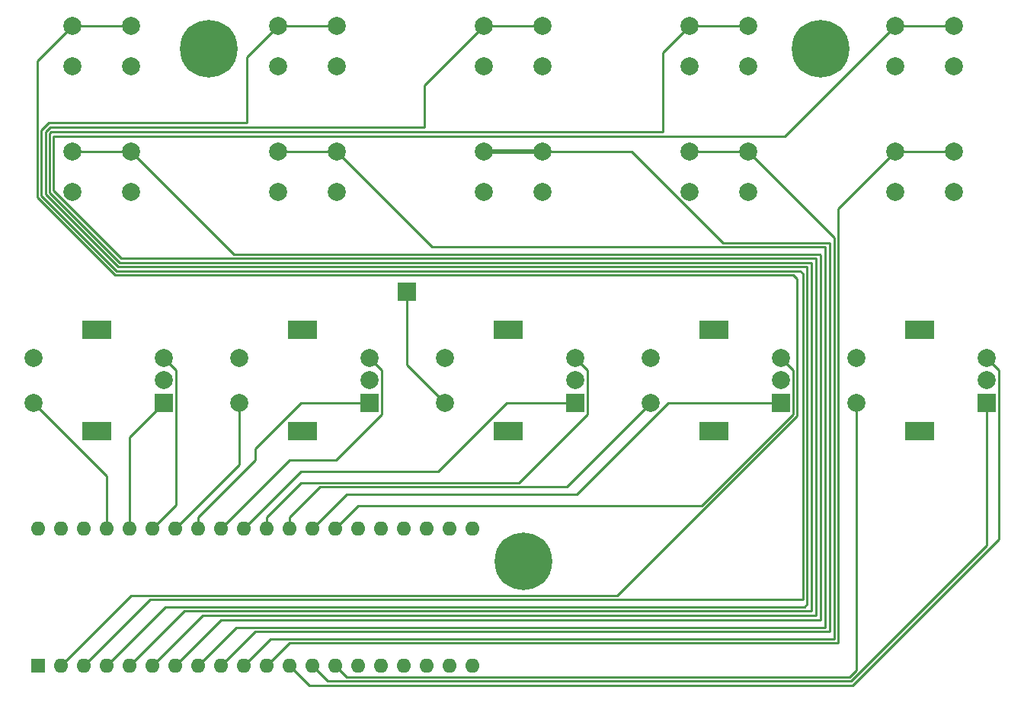
<source format=gbr>
%TF.GenerationSoftware,KiCad,Pcbnew,(5.1.6)-1*%
%TF.CreationDate,2020-08-29T20:59:02-04:00*%
%TF.ProjectId,autopilotv1,6175746f-7069-46c6-9f74-76312e6b6963,rev?*%
%TF.SameCoordinates,Original*%
%TF.FileFunction,Copper,L1,Top*%
%TF.FilePolarity,Positive*%
%FSLAX46Y46*%
G04 Gerber Fmt 4.6, Leading zero omitted, Abs format (unit mm)*
G04 Created by KiCad (PCBNEW (5.1.6)-1) date 2020-08-29 20:59:02*
%MOMM*%
%LPD*%
G01*
G04 APERTURE LIST*
%TA.AperFunction,ComponentPad*%
%ADD10C,6.400000*%
%TD*%
%TA.AperFunction,ComponentPad*%
%ADD11R,2.000000X2.000000*%
%TD*%
%TA.AperFunction,ComponentPad*%
%ADD12O,1.600000X1.600000*%
%TD*%
%TA.AperFunction,ComponentPad*%
%ADD13R,1.600000X1.600000*%
%TD*%
%TA.AperFunction,ComponentPad*%
%ADD14C,2.000000*%
%TD*%
%TA.AperFunction,ComponentPad*%
%ADD15R,3.200000X2.000000*%
%TD*%
%TA.AperFunction,Conductor*%
%ADD16C,0.250000*%
%TD*%
%TA.AperFunction,Conductor*%
%ADD17C,0.500000*%
%TD*%
G04 APERTURE END LIST*
D10*
%TO.P,M3,1*%
%TO.N,N/C*%
X120000000Y-137000000D03*
%TD*%
%TO.P,M3,1*%
%TO.N,N/C*%
X85000000Y-80000000D03*
%TD*%
%TO.P,M3,1*%
%TO.N,N/C*%
X153000000Y-80000000D03*
%TD*%
D11*
%TO.P,J1,1*%
%TO.N,Net-(J1-Pad1)*%
X107000000Y-107000000D03*
%TD*%
D12*
%TO.P,U1,40*%
%TO.N,Net-(U1-Pad40)*%
X66040000Y-133350000D03*
%TO.P,U1,20*%
%TO.N,N/C*%
X114300000Y-148590000D03*
%TO.P,U1,39*%
%TO.N,GND*%
X68580000Y-133350000D03*
%TO.P,U1,19*%
%TO.N,N/C*%
X111760000Y-148590000D03*
%TO.P,U1,38*%
%TO.N,Net-(U1-Pad38)*%
X71120000Y-133350000D03*
%TO.P,U1,18*%
%TO.N,N/C*%
X109220000Y-148590000D03*
%TO.P,U1,37*%
%TO.N,Net-(SW11-PadS2)*%
X73660000Y-133350000D03*
%TO.P,U1,17*%
%TO.N,N/C*%
X106680000Y-148590000D03*
%TO.P,U1,36*%
%TO.N,Net-(SW11-PadA)*%
X76200000Y-133350000D03*
%TO.P,U1,16*%
%TO.N,N/C*%
X104140000Y-148590000D03*
%TO.P,U1,35*%
%TO.N,Net-(SW11-PadB)*%
X78740000Y-133350000D03*
%TO.P,U1,15*%
%TO.N,N/C*%
X101600000Y-148590000D03*
%TO.P,U1,34*%
%TO.N,Net-(SW12-PadS2)*%
X81280000Y-133350000D03*
%TO.P,U1,14*%
%TO.N,Net-(SW15-PadS2)*%
X99060000Y-148590000D03*
%TO.P,U1,33*%
%TO.N,Net-(SW12-PadA)*%
X83820000Y-133350000D03*
%TO.P,U1,13*%
%TO.N,Net-(SW15-PadA)*%
X96520000Y-148590000D03*
%TO.P,U1,32*%
%TO.N,Net-(SW12-PadB)*%
X86360000Y-133350000D03*
%TO.P,U1,12*%
%TO.N,Net-(SW15-PadB)*%
X93980000Y-148590000D03*
%TO.P,U1,31*%
%TO.N,Net-(SW13-PadA)*%
X88900000Y-133350000D03*
%TO.P,U1,11*%
%TO.N,Net-(SW1-Pad1)*%
X91440000Y-148590000D03*
%TO.P,U1,30*%
%TO.N,Net-(SW13-PadB)*%
X91440000Y-133350000D03*
%TO.P,U1,10*%
%TO.N,Net-(SW2-Pad1)*%
X88900000Y-148590000D03*
%TO.P,U1,29*%
%TO.N,Net-(SW14-PadS2)*%
X93980000Y-133350000D03*
%TO.P,U1,9*%
%TO.N,Net-(SW3-Pad1)*%
X86360000Y-148590000D03*
%TO.P,U1,28*%
%TO.N,Net-(SW14-PadA)*%
X96520000Y-133350000D03*
%TO.P,U1,8*%
%TO.N,Net-(SW4-Pad1)*%
X83820000Y-148590000D03*
%TO.P,U1,27*%
%TO.N,Net-(SW14-PadB)*%
X99060000Y-133350000D03*
%TO.P,U1,7*%
%TO.N,Net-(SW5-Pad1)*%
X81280000Y-148590000D03*
%TO.P,U1,26*%
%TO.N,N/C*%
X101600000Y-133350000D03*
%TO.P,U1,6*%
%TO.N,Net-(SW6-Pad1)*%
X78740000Y-148590000D03*
%TO.P,U1,25*%
%TO.N,N/C*%
X104140000Y-133350000D03*
%TO.P,U1,5*%
%TO.N,Net-(SW7-Pad1)*%
X76200000Y-148590000D03*
%TO.P,U1,24*%
%TO.N,N/C*%
X106680000Y-133350000D03*
%TO.P,U1,4*%
%TO.N,Net-(SW8-Pad1)*%
X73660000Y-148590000D03*
%TO.P,U1,23*%
%TO.N,N/C*%
X109220000Y-133350000D03*
%TO.P,U1,3*%
%TO.N,Net-(SW9-Pad1)*%
X71120000Y-148590000D03*
%TO.P,U1,22*%
%TO.N,N/C*%
X111760000Y-133350000D03*
%TO.P,U1,2*%
%TO.N,Net-(SW10-Pad1)*%
X68580000Y-148590000D03*
%TO.P,U1,21*%
%TO.N,N/C*%
X114300000Y-133350000D03*
D13*
%TO.P,U1,1*%
%TO.N,GND*%
X66040000Y-148590000D03*
%TD*%
D14*
%TO.P,SW7,1*%
%TO.N,Net-(SW7-Pad1)*%
X144930000Y-77470000D03*
%TO.P,SW7,2*%
%TO.N,GND*%
X144930000Y-81970000D03*
%TO.P,SW7,1*%
%TO.N,Net-(SW7-Pad1)*%
X138430000Y-77470000D03*
%TO.P,SW7,2*%
%TO.N,GND*%
X138430000Y-81970000D03*
%TD*%
%TO.P,SW1,1*%
%TO.N,Net-(SW1-Pad1)*%
X167790000Y-91440000D03*
%TO.P,SW1,2*%
%TO.N,GND*%
X167790000Y-95940000D03*
%TO.P,SW1,1*%
%TO.N,Net-(SW1-Pad1)*%
X161290000Y-91440000D03*
%TO.P,SW1,2*%
%TO.N,GND*%
X161290000Y-95940000D03*
%TD*%
%TO.P,SW3,2*%
%TO.N,GND*%
X115570000Y-95940000D03*
%TO.P,SW3,1*%
%TO.N,Net-(SW3-Pad1)*%
X115570000Y-91440000D03*
%TO.P,SW3,2*%
%TO.N,GND*%
X122070000Y-95940000D03*
%TO.P,SW3,1*%
%TO.N,Net-(SW3-Pad1)*%
X122070000Y-91440000D03*
%TD*%
%TO.P,SW5,1*%
%TO.N,Net-(SW5-Pad1)*%
X76350000Y-91440000D03*
%TO.P,SW5,2*%
%TO.N,GND*%
X76350000Y-95940000D03*
%TO.P,SW5,1*%
%TO.N,Net-(SW5-Pad1)*%
X69850000Y-91440000D03*
%TO.P,SW5,2*%
%TO.N,GND*%
X69850000Y-95940000D03*
%TD*%
%TO.P,SW2,1*%
%TO.N,Net-(SW2-Pad1)*%
X144930000Y-91440000D03*
%TO.P,SW2,2*%
%TO.N,GND*%
X144930000Y-95940000D03*
%TO.P,SW2,1*%
%TO.N,Net-(SW2-Pad1)*%
X138430000Y-91440000D03*
%TO.P,SW2,2*%
%TO.N,GND*%
X138430000Y-95940000D03*
%TD*%
%TO.P,SW10,1*%
%TO.N,Net-(SW10-Pad1)*%
X76350000Y-77470000D03*
%TO.P,SW10,2*%
%TO.N,GND*%
X76350000Y-81970000D03*
%TO.P,SW10,1*%
%TO.N,Net-(SW10-Pad1)*%
X69850000Y-77470000D03*
%TO.P,SW10,2*%
%TO.N,GND*%
X69850000Y-81970000D03*
%TD*%
%TO.P,SW9,1*%
%TO.N,Net-(SW9-Pad1)*%
X99210000Y-77470000D03*
%TO.P,SW9,2*%
%TO.N,GND*%
X99210000Y-81970000D03*
%TO.P,SW9,1*%
%TO.N,Net-(SW9-Pad1)*%
X92710000Y-77470000D03*
%TO.P,SW9,2*%
%TO.N,GND*%
X92710000Y-81970000D03*
%TD*%
%TO.P,SW8,1*%
%TO.N,Net-(SW8-Pad1)*%
X122070000Y-77470000D03*
%TO.P,SW8,2*%
%TO.N,GND*%
X122070000Y-81970000D03*
%TO.P,SW8,1*%
%TO.N,Net-(SW8-Pad1)*%
X115570000Y-77470000D03*
%TO.P,SW8,2*%
%TO.N,GND*%
X115570000Y-81970000D03*
%TD*%
%TO.P,SW6,1*%
%TO.N,Net-(SW6-Pad1)*%
X167790000Y-77470000D03*
%TO.P,SW6,2*%
%TO.N,GND*%
X167790000Y-81970000D03*
%TO.P,SW6,1*%
%TO.N,Net-(SW6-Pad1)*%
X161290000Y-77470000D03*
%TO.P,SW6,2*%
%TO.N,GND*%
X161290000Y-81970000D03*
%TD*%
%TO.P,SW4,1*%
%TO.N,Net-(SW4-Pad1)*%
X99210000Y-91440000D03*
%TO.P,SW4,2*%
%TO.N,GND*%
X99210000Y-95940000D03*
%TO.P,SW4,1*%
%TO.N,Net-(SW4-Pad1)*%
X92710000Y-91440000D03*
%TO.P,SW4,2*%
%TO.N,GND*%
X92710000Y-95940000D03*
%TD*%
%TO.P,SW12,S1*%
%TO.N,GND*%
X88370000Y-114380000D03*
%TO.P,SW12,S2*%
%TO.N,Net-(SW12-PadS2)*%
X88370000Y-119380000D03*
D15*
%TO.P,SW12,MP*%
%TO.N,N/C*%
X95370000Y-111280000D03*
X95370000Y-122480000D03*
D14*
%TO.P,SW12,B*%
%TO.N,Net-(SW12-PadB)*%
X102870000Y-114380000D03*
%TO.P,SW12,C*%
%TO.N,GND*%
X102870000Y-116880000D03*
D11*
%TO.P,SW12,A*%
%TO.N,Net-(SW12-PadA)*%
X102870000Y-119380000D03*
%TD*%
%TO.P,SW15,A*%
%TO.N,Net-(SW15-PadA)*%
X171450000Y-119380000D03*
D14*
%TO.P,SW15,C*%
%TO.N,GND*%
X171450000Y-116880000D03*
%TO.P,SW15,B*%
%TO.N,Net-(SW15-PadB)*%
X171450000Y-114380000D03*
D15*
%TO.P,SW15,MP*%
%TO.N,N/C*%
X163950000Y-122480000D03*
X163950000Y-111280000D03*
D14*
%TO.P,SW15,S2*%
%TO.N,Net-(SW15-PadS2)*%
X156950000Y-119380000D03*
%TO.P,SW15,S1*%
%TO.N,GND*%
X156950000Y-114380000D03*
%TD*%
%TO.P,SW14,S1*%
%TO.N,GND*%
X134090000Y-114380000D03*
%TO.P,SW14,S2*%
%TO.N,Net-(SW14-PadS2)*%
X134090000Y-119380000D03*
D15*
%TO.P,SW14,MP*%
%TO.N,N/C*%
X141090000Y-111280000D03*
X141090000Y-122480000D03*
D14*
%TO.P,SW14,B*%
%TO.N,Net-(SW14-PadB)*%
X148590000Y-114380000D03*
%TO.P,SW14,C*%
%TO.N,GND*%
X148590000Y-116880000D03*
D11*
%TO.P,SW14,A*%
%TO.N,Net-(SW14-PadA)*%
X148590000Y-119380000D03*
%TD*%
D14*
%TO.P,SW13,S1*%
%TO.N,GND*%
X111230000Y-114380000D03*
%TO.P,SW13,S2*%
%TO.N,Net-(J1-Pad1)*%
X111230000Y-119380000D03*
D15*
%TO.P,SW13,MP*%
%TO.N,N/C*%
X118230000Y-111280000D03*
X118230000Y-122480000D03*
D14*
%TO.P,SW13,B*%
%TO.N,Net-(SW13-PadB)*%
X125730000Y-114380000D03*
%TO.P,SW13,C*%
%TO.N,GND*%
X125730000Y-116880000D03*
D11*
%TO.P,SW13,A*%
%TO.N,Net-(SW13-PadA)*%
X125730000Y-119380000D03*
%TD*%
D14*
%TO.P,SW11,S1*%
%TO.N,GND*%
X65510000Y-114380000D03*
%TO.P,SW11,S2*%
%TO.N,Net-(SW11-PadS2)*%
X65510000Y-119380000D03*
D15*
%TO.P,SW11,MP*%
%TO.N,N/C*%
X72510000Y-111280000D03*
X72510000Y-122480000D03*
D14*
%TO.P,SW11,B*%
%TO.N,Net-(SW11-PadB)*%
X80010000Y-114380000D03*
%TO.P,SW11,C*%
%TO.N,GND*%
X80010000Y-116880000D03*
D11*
%TO.P,SW11,A*%
%TO.N,Net-(SW11-PadA)*%
X80010000Y-119380000D03*
%TD*%
D16*
%TO.N,Net-(SW1-Pad1)*%
X161290000Y-91440000D02*
X167790000Y-91440000D01*
X91440000Y-148590000D02*
X93980000Y-146050000D01*
X93980000Y-146050000D02*
X154940000Y-146050000D01*
X154940000Y-97790000D02*
X161290000Y-91440000D01*
X154940000Y-146050000D02*
X154940000Y-97790000D01*
%TO.N,Net-(SW2-Pad1)*%
X138430000Y-91440000D02*
X144930000Y-91440000D01*
X144930000Y-91440000D02*
X154489990Y-100999990D01*
X154489990Y-100999990D02*
X154489990Y-145599990D01*
X91890010Y-145599990D02*
X88900000Y-148590000D01*
X154489990Y-145599990D02*
X91890010Y-145599990D01*
D17*
%TO.N,Net-(SW3-Pad1)*%
X122070000Y-91440000D02*
X115570000Y-91440000D01*
D16*
X90170000Y-144780000D02*
X86360000Y-148590000D01*
X142128998Y-101600000D02*
X154000000Y-101600000D01*
X154000000Y-101600000D02*
X154000000Y-144780000D01*
X131968998Y-91440000D02*
X142128998Y-101600000D01*
X122070000Y-91440000D02*
X131968998Y-91440000D01*
X154000000Y-144780000D02*
X90170000Y-144780000D01*
%TO.N,Net-(SW4-Pad1)*%
X92710000Y-91440000D02*
X99210000Y-91440000D01*
X88080010Y-144329990D02*
X83820000Y-148590000D01*
X153500000Y-102050010D02*
X153500000Y-144329990D01*
X99210000Y-91440000D02*
X109820010Y-102050010D01*
X153500000Y-144329990D02*
X88080010Y-144329990D01*
X109820010Y-102050010D02*
X153500000Y-102050010D01*
%TO.N,Net-(SW5-Pad1)*%
X69850000Y-91440000D02*
X76350000Y-91440000D01*
X86360000Y-143510000D02*
X81280000Y-148590000D01*
X87780000Y-102870000D02*
X152870000Y-102870000D01*
X76350000Y-91440000D02*
X87780000Y-102870000D01*
X152870000Y-102870000D02*
X153000000Y-103000000D01*
X153000000Y-103000000D02*
X153000000Y-143510000D01*
X153000000Y-143510000D02*
X86360000Y-143510000D01*
%TO.N,Net-(SW6-Pad1)*%
X167790000Y-77470000D02*
X161290000Y-77470000D01*
X84330000Y-143000000D02*
X78740000Y-148590000D01*
X152500000Y-143000000D02*
X84330000Y-143000000D01*
X152500000Y-103320010D02*
X152500000Y-143000000D01*
X161290000Y-77470000D02*
X149010000Y-89750000D01*
X75269008Y-103320010D02*
X152500000Y-103320010D01*
X67750000Y-89750000D02*
X67750000Y-95801002D01*
X149010000Y-89750000D02*
X67750000Y-89750000D01*
X67750000Y-95801002D02*
X75269008Y-103320010D01*
%TO.N,Net-(SW7-Pad1)*%
X144930000Y-77470000D02*
X138430000Y-77470000D01*
X76200000Y-148590000D02*
X82290000Y-142500000D01*
X82290000Y-142500000D02*
X152000000Y-142500000D01*
X152000000Y-142500000D02*
X152000000Y-103770020D01*
X67299990Y-95987402D02*
X67299990Y-89450010D01*
X152000000Y-103770020D02*
X75082607Y-103770019D01*
X75082607Y-103770019D02*
X67299990Y-95987402D01*
X67299990Y-89450010D02*
X67500000Y-89250000D01*
X67500000Y-89250000D02*
X135500000Y-89250000D01*
X135500000Y-80400000D02*
X138430000Y-77470000D01*
X135500000Y-89250000D02*
X135500000Y-80400000D01*
%TO.N,Net-(SW8-Pad1)*%
X122070000Y-77470000D02*
X115570000Y-77470000D01*
X67363590Y-88750000D02*
X66849980Y-89263610D01*
X66849980Y-89263610D02*
X66849981Y-96173803D01*
X66849981Y-96173803D02*
X74926178Y-104250000D01*
X109000000Y-88750000D02*
X67363590Y-88750000D01*
X74926178Y-104250000D02*
X151500000Y-104250000D01*
X115570000Y-77470000D02*
X109000000Y-84040000D01*
X109000000Y-84040000D02*
X109000000Y-88750000D01*
X80200010Y-142049990D02*
X151200010Y-142049990D01*
X73660000Y-148590000D02*
X80200010Y-142049990D01*
X151500000Y-141750000D02*
X151500000Y-104250000D01*
X151200010Y-142049990D02*
X151500000Y-141750000D01*
%TO.N,Net-(SW9-Pad1)*%
X99210000Y-77470000D02*
X92710000Y-77470000D01*
X78460000Y-141250000D02*
X71120000Y-148590000D01*
X151000000Y-141250000D02*
X78460000Y-141250000D01*
X150700010Y-104700010D02*
X151000000Y-105000000D01*
X74739778Y-104700010D02*
X150700010Y-104700010D01*
X151000000Y-105000000D02*
X151000000Y-141250000D01*
X66399972Y-96360204D02*
X74739778Y-104700010D01*
X89250000Y-80930000D02*
X89250000Y-88250000D01*
X66399971Y-89077211D02*
X66399972Y-96360204D01*
X92710000Y-77470000D02*
X89250000Y-80930000D01*
X67227180Y-88250000D02*
X66399971Y-89077211D01*
X89250000Y-88250000D02*
X67227180Y-88250000D01*
%TO.N,Net-(SW10-Pad1)*%
X76350000Y-77470000D02*
X69850000Y-77470000D01*
X76370010Y-140799990D02*
X68580000Y-148590000D01*
X130391422Y-140799990D02*
X76370010Y-140799990D01*
X150365011Y-105615011D02*
X150365010Y-120826402D01*
X65949963Y-81370037D02*
X65949963Y-96546605D01*
X150365010Y-120826402D02*
X130391422Y-140799990D01*
X65949963Y-96546605D02*
X74553378Y-105150020D01*
X74553378Y-105150020D02*
X149900020Y-105150020D01*
X69850000Y-77470000D02*
X65949963Y-81370037D01*
X149900020Y-105150020D02*
X150365011Y-105615011D01*
%TO.N,Net-(SW11-PadA)*%
X76200000Y-123190000D02*
X80010000Y-119380000D01*
X76200000Y-133350000D02*
X76200000Y-123190000D01*
%TO.N,Net-(SW11-PadB)*%
X81335001Y-115705001D02*
X80010000Y-114380000D01*
X81335001Y-130754999D02*
X81335001Y-115705001D01*
X78740000Y-133350000D02*
X81335001Y-130754999D01*
%TO.N,Net-(SW11-PadS2)*%
X73660000Y-127530000D02*
X65510000Y-119380000D01*
X73660000Y-133350000D02*
X73660000Y-127530000D01*
%TO.N,Net-(SW12-PadA)*%
X83820000Y-133350000D02*
X83820000Y-132080000D01*
X83820000Y-132080000D02*
X90170000Y-125730000D01*
X90170000Y-124494998D02*
X95284998Y-119380000D01*
X95284998Y-119380000D02*
X102870000Y-119380000D01*
X90170000Y-125730000D02*
X90170000Y-124494998D01*
%TO.N,Net-(SW12-PadB)*%
X104195001Y-120640001D02*
X104195001Y-115705001D01*
X99105002Y-125730000D02*
X104195001Y-120640001D01*
X93980000Y-125730000D02*
X99105002Y-125730000D01*
X104195001Y-115705001D02*
X102870000Y-114380000D01*
X86360000Y-133350000D02*
X93980000Y-125730000D01*
%TO.N,Net-(SW12-PadS2)*%
X88370000Y-126260000D02*
X88370000Y-119380000D01*
X81280000Y-133350000D02*
X88370000Y-126260000D01*
%TO.N,Net-(SW13-PadA)*%
X118144998Y-119380000D02*
X125730000Y-119380000D01*
X110524998Y-127000000D02*
X118144998Y-119380000D01*
X95250000Y-127000000D02*
X110524998Y-127000000D01*
X88900000Y-133350000D02*
X95250000Y-127000000D01*
%TO.N,Net-(SW13-PadB)*%
X91440000Y-133350000D02*
X91440000Y-132080000D01*
X91440000Y-132080000D02*
X95250000Y-128270000D01*
X127055001Y-115705001D02*
X125730000Y-114380000D01*
X127055001Y-120640001D02*
X127055001Y-115705001D01*
X119425002Y-128270000D02*
X127055001Y-120640001D01*
X95250000Y-128270000D02*
X119425002Y-128270000D01*
%TO.N,Net-(SW14-PadA)*%
X96520000Y-133350000D02*
X100330000Y-129540000D01*
X136051002Y-119380000D02*
X148590000Y-119380000D01*
X125891002Y-129540000D02*
X136051002Y-119380000D01*
X100330000Y-129540000D02*
X125891002Y-129540000D01*
%TO.N,Net-(SW14-PadB)*%
X99060000Y-133350000D02*
X101600000Y-130810000D01*
X149915001Y-115705001D02*
X148590000Y-114380000D01*
X149915001Y-120640001D02*
X149915001Y-115705001D01*
X139745002Y-130810000D02*
X149915001Y-120640001D01*
X101600000Y-130810000D02*
X139745002Y-130810000D01*
%TO.N,Net-(SW14-PadS2)*%
X93980000Y-133350000D02*
X93980000Y-132080000D01*
X124749990Y-128720010D02*
X134090000Y-119380000D01*
X97339990Y-128720010D02*
X124749990Y-128720010D01*
X93980000Y-132080000D02*
X97339990Y-128720010D01*
%TO.N,Net-(SW15-PadA)*%
X98240010Y-150310010D02*
X96520000Y-148590000D01*
X156396400Y-150310010D02*
X98240010Y-150310010D01*
X171450000Y-135256410D02*
X156396400Y-150310010D01*
X171450000Y-119380000D02*
X171450000Y-135256410D01*
%TO.N,Net-(SW15-PadB)*%
X96150020Y-150760020D02*
X93980000Y-148590000D01*
X172775001Y-134567819D02*
X156582800Y-150760020D01*
X172775001Y-115705001D02*
X172775001Y-134567819D01*
X156582800Y-150760020D02*
X96150020Y-150760020D01*
X171450000Y-114380000D02*
X172775001Y-115705001D01*
%TO.N,Net-(SW15-PadS2)*%
X156950000Y-119380000D02*
X156950000Y-149120000D01*
X156950000Y-149120000D02*
X156210000Y-149860000D01*
X100330000Y-149860000D02*
X99060000Y-148590000D01*
X156210000Y-149860000D02*
X100330000Y-149860000D01*
%TO.N,Net-(J1-Pad1)*%
X107000000Y-115150000D02*
X107000000Y-107000000D01*
X111230000Y-119380000D02*
X107000000Y-115150000D01*
%TD*%
M02*

</source>
